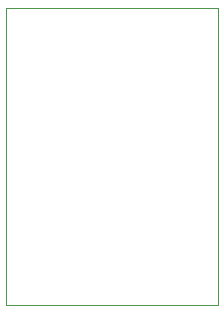
<source format=gbr>
%TF.GenerationSoftware,KiCad,Pcbnew,(5.1.8)-1*%
%TF.CreationDate,2021-08-20T02:01:50-04:00*%
%TF.ProjectId,motor_test,6d6f746f-725f-4746-9573-742e6b696361,rev?*%
%TF.SameCoordinates,Original*%
%TF.FileFunction,Profile,NP*%
%FSLAX46Y46*%
G04 Gerber Fmt 4.6, Leading zero omitted, Abs format (unit mm)*
G04 Created by KiCad (PCBNEW (5.1.8)-1) date 2021-08-20 02:01:50*
%MOMM*%
%LPD*%
G01*
G04 APERTURE LIST*
%TA.AperFunction,Profile*%
%ADD10C,0.050000*%
%TD*%
G04 APERTURE END LIST*
D10*
X127000000Y-97000000D02*
X127000000Y-71800000D01*
X145000000Y-97000000D02*
X127000000Y-97000000D01*
X145000000Y-71800000D02*
X145000000Y-97000000D01*
X127000000Y-71800000D02*
X145000000Y-71800000D01*
M02*

</source>
